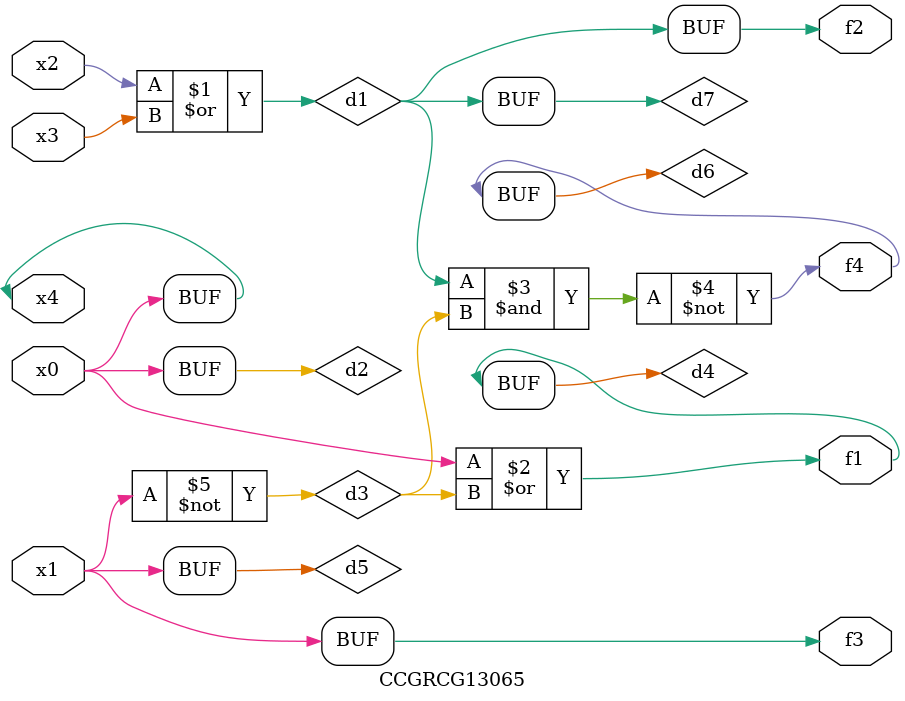
<source format=v>
module CCGRCG13065(
	input x0, x1, x2, x3, x4,
	output f1, f2, f3, f4
);

	wire d1, d2, d3, d4, d5, d6, d7;

	or (d1, x2, x3);
	buf (d2, x0, x4);
	not (d3, x1);
	or (d4, d2, d3);
	not (d5, d3);
	nand (d6, d1, d3);
	or (d7, d1);
	assign f1 = d4;
	assign f2 = d7;
	assign f3 = d5;
	assign f4 = d6;
endmodule

</source>
